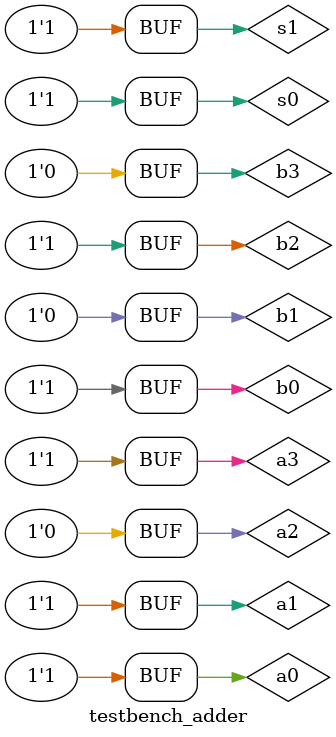
<source format=v>
`include "main_module.v"

module testbench_adder;

reg s0, s1, a0, a1, a2, a3, b0, b1, b2, b3;
wire s0_as, s1_as, s2_as, s3_as, carry_as, a_gt_b, a_eq_b, a_st_b, ab_0, ab_1, ab_2, ab_3;

main_module uut1 (
    .s0(s0), .s1(s1), .a0(a0), .a1(a1), .a2(a2), .a3(a3),
    .b0(b0), .b1(b1), .b2(b2), .b3(b3),
    .s0_as(s0_as), .s1_as(s1_as), .s2_as(s2_as), .s3_as(s3_as),
    .carry_as(carry_as), .a_gt_b(a_gt_b), .a_eq_b(a_eq_b),
    .a_st_b(a_st_b), .ab_0(ab_0), .ab_1(ab_1), .ab_2(ab_2), .ab_3(ab_3)
);

initial
    begin

    $dumpfile("and_block.vcd");
    $dumpvars(0);

    s0 = 1'b1; s1 = 1'b1;

    // Demonstrating AND Block

    a0 = 1'b1; a1 = 1'b0; a2 = 1'b1; a3 = 1'b0;
    b0 = 1'b1; b1 = 1'b0; b2 = 1'b0; b3 = 1'b1;
    #10
    a0 = 1'b0; a1 = 1'b0; a2 = 1'b0; a3 = 1'b1;
    b0 = 1'b0; b1 = 1'b1; b2 = 1'b1; b3 = 1'b0;
    #10
    a0 = 1'b1; a1 = 1'b1; a2 = 1'b0; a3 = 1'b1;
    b0 = 1'b0; b1 = 1'b1; b2 = 1'b0; b3 = 1'b0;
    #10
    a0 = 1'b0; a1 = 1'b1; a2 = 1'b1; a3 = 1'b0;
    b0 = 1'b1; b1 = 1'b1; b2 = 1'b1; b3 = 1'b0;
    #10 //Ignore below test case
    a0 = 1'b1; a1 = 1'b1; a2 = 1'b0; a3 = 1'b1;
    b0 = 1'b1; b1 = 1'b0; b2 = 1'b1; b3 = 1'b0;
    end
endmodule

</source>
